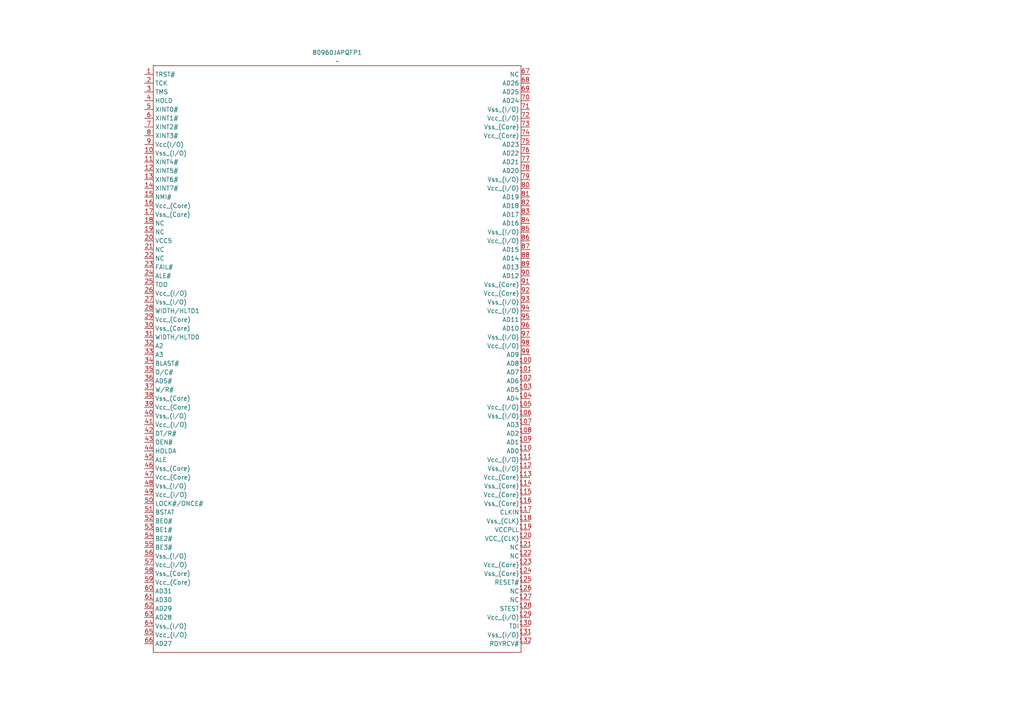
<source format=kicad_sch>
(kicad_sch (version 20231120) (generator "eeschema") (generator_version "8.0")
  (paper "A4")
  (lib_symbols
    (symbol "80960:80969JA_PQFP132"
      (property "Reference" "U" (at 23.876 -9.906 0))
      (symbol "80969JA_PQFP132_0_1"
        (rectangle (start 8.89 -2.54) (end 115.57 -172.72))
      )
      (symbol "80969JA_PQFP132_1_1"
        (pin input line (at 6.35 -5.08 0) (length 2.54) (name "TRST#") (number "1"))
        (pin input line (at 6.35 -27.94 0) (length 2.54) (name "Vss_(I/O)") (number "10"))
        (pin input line (at 118.11 -88.9 180) (length 2.54) (name "AD8") (number "100"))
        (pin input line (at 118.11 -91.44 180) (length 2.54) (name "AD7") (number "101"))
        (pin input line (at 118.11 -93.98 180) (length 2.54) (name "AD6") (number "102"))
        (pin input line (at 118.11 -96.52 180) (length 2.54) (name "AD5") (number "103"))
        (pin input line (at 118.11 -99.06 180) (length 2.54) (name "AD4") (number "104"))
        (pin input line (at 118.11 -101.6 180) (length 2.54) (name "Vcc_(I/O)") (number "105"))
        (pin input line (at 118.11 -104.14 180) (length 2.54) (name "Vss_(I/O)") (number "106"))
        (pin input line (at 118.11 -106.68 180) (length 2.54) (name "AD3") (number "107"))
        (pin input line (at 118.11 -109.22 180) (length 2.54) (name "AD2") (number "108"))
        (pin input line (at 118.11 -111.76 180) (length 2.54) (name "AD1") (number "109"))
        (pin input line (at 6.35 -30.48 0) (length 2.54) (name "XINT4#") (number "11"))
        (pin input line (at 118.11 -114.3 180) (length 2.54) (name "AD0") (number "110"))
        (pin input line (at 118.11 -116.84 180) (length 2.54) (name "Vcc_(I/O)") (number "111"))
        (pin input line (at 118.11 -119.38 180) (length 2.54) (name "Vss_(I/O)") (number "112"))
        (pin input line (at 118.11 -121.92 180) (length 2.54) (name "Vcc_(Core)") (number "113"))
        (pin input line (at 118.11 -124.46 180) (length 2.54) (name "Vss_(Core)") (number "114"))
        (pin input line (at 118.11 -127 180) (length 2.54) (name "Vcc_(Core)") (number "115"))
        (pin input line (at 118.11 -129.54 180) (length 2.54) (name "Vss_(Core)") (number "116"))
        (pin input line (at 118.11 -132.08 180) (length 2.54) (name "CLKIN") (number "117"))
        (pin input line (at 118.11 -134.62 180) (length 2.54) (name "Vss_(CLK)") (number "118"))
        (pin input line (at 118.11 -137.16 180) (length 2.54) (name "VCCPLL") (number "119"))
        (pin input line (at 6.35 -33.02 0) (length 2.54) (name "XINT5#") (number "12"))
        (pin input line (at 118.11 -139.7 180) (length 2.54) (name "VCC_(CLK)") (number "120"))
        (pin input line (at 118.11 -142.24 180) (length 2.54) (name "NC") (number "121"))
        (pin input line (at 118.11 -144.78 180) (length 2.54) (name "NC") (number "122"))
        (pin input line (at 118.11 -147.32 180) (length 2.54) (name "Vcc_(Core)") (number "123"))
        (pin input line (at 118.11 -149.86 180) (length 2.54) (name "Vss_(Core)") (number "124"))
        (pin input line (at 118.11 -152.4 180) (length 2.54) (name "RESET#") (number "125"))
        (pin input line (at 118.11 -154.94 180) (length 2.54) (name "NC") (number "126"))
        (pin input line (at 118.11 -157.48 180) (length 2.54) (name "NC") (number "127"))
        (pin input line (at 118.11 -160.02 180) (length 2.54) (name "STEST") (number "128"))
        (pin input line (at 118.11 -162.56 180) (length 2.54) (name "Vcc_(I/O)") (number "129"))
        (pin input line (at 6.35 -35.56 0) (length 2.54) (name "XINT6#") (number "13"))
        (pin input line (at 118.11 -165.1 180) (length 2.54) (name "TDI") (number "130"))
        (pin input line (at 118.11 -167.64 180) (length 2.54) (name "Vss_(I/O)") (number "131"))
        (pin input line (at 118.11 -170.18 180) (length 2.54) (name "RDYRCV#") (number "132"))
        (pin input line (at 6.35 -38.1 0) (length 2.54) (name "XINT7#") (number "14"))
        (pin input line (at 6.35 -40.64 0) (length 2.54) (name "NMI#") (number "15"))
        (pin input line (at 6.35 -43.18 0) (length 2.54) (name "Vcc_(Core)") (number "16"))
        (pin input line (at 6.35 -45.72 0) (length 2.54) (name "Vss_(Core)") (number "17"))
        (pin input line (at 6.35 -48.26 0) (length 2.54) (name "NC") (number "18"))
        (pin input line (at 6.35 -50.8 0) (length 2.54) (name "NC") (number "19"))
        (pin input line (at 6.35 -7.62 0) (length 2.54) (name "TCK") (number "2"))
        (pin input line (at 6.35 -53.34 0) (length 2.54) (name "VCC5") (number "20"))
        (pin input line (at 6.35 -55.88 0) (length 2.54) (name "NC") (number "21"))
        (pin input line (at 6.35 -58.42 0) (length 2.54) (name "NC") (number "22"))
        (pin input line (at 6.35 -60.96 0) (length 2.54) (name "FAIL#") (number "23"))
        (pin input line (at 6.35 -63.5 0) (length 2.54) (name "ALE#") (number "24"))
        (pin input line (at 6.35 -66.04 0) (length 2.54) (name "TDO") (number "25"))
        (pin input line (at 6.35 -68.58 0) (length 2.54) (name "Vcc_(I/O)") (number "26"))
        (pin input line (at 6.35 -71.12 0) (length 2.54) (name "Vss_(I/O)") (number "27"))
        (pin input line (at 6.35 -73.66 0) (length 2.54) (name "WIDTH/HLTD1") (number "28"))
        (pin input line (at 6.35 -76.2 0) (length 2.54) (name "Vcc_(Core)") (number "29"))
        (pin input line (at 6.35 -10.16 0) (length 2.54) (name "TMS") (number "3"))
        (pin input line (at 6.35 -78.74 0) (length 2.54) (name "Vss_(Core)") (number "30"))
        (pin input line (at 6.35 -81.28 0) (length 2.54) (name "WIDTH/HLTD0") (number "31"))
        (pin input line (at 6.35 -83.82 0) (length 2.54) (name "A2") (number "32"))
        (pin input line (at 6.35 -86.36 0) (length 2.54) (name "A3") (number "33"))
        (pin input line (at 6.35 -88.9 0) (length 2.54) (name "BLAST#") (number "34"))
        (pin input line (at 6.35 -91.44 0) (length 2.54) (name "D/C#") (number "35"))
        (pin input line (at 6.35 -93.98 0) (length 2.54) (name "ADS#") (number "36"))
        (pin input line (at 6.35 -96.52 0) (length 2.54) (name "W/R#") (number "37"))
        (pin input line (at 6.35 -99.06 0) (length 2.54) (name "Vss_(Core)") (number "38"))
        (pin input line (at 6.35 -101.6 0) (length 2.54) (name "Vcc_(Core)") (number "39"))
        (pin input line (at 6.35 -12.7 0) (length 2.54) (name "HOLD") (number "4"))
        (pin input line (at 6.35 -104.14 0) (length 2.54) (name "Vss_(I/O)") (number "40"))
        (pin input line (at 6.35 -106.68 0) (length 2.54) (name "Vcc_(I/O)") (number "41"))
        (pin input line (at 6.35 -109.22 0) (length 2.54) (name "DT/R#") (number "42"))
        (pin input line (at 6.35 -111.76 0) (length 2.54) (name "DEN#") (number "43"))
        (pin input line (at 6.35 -114.3 0) (length 2.54) (name "HOLDA") (number "44"))
        (pin input line (at 6.35 -116.84 0) (length 2.54) (name "ALE") (number "45"))
        (pin input line (at 6.35 -119.38 0) (length 2.54) (name "Vss_(Core)") (number "46"))
        (pin input line (at 6.35 -121.92 0) (length 2.54) (name "Vcc_(Core)") (number "47"))
        (pin input line (at 6.35 -124.46 0) (length 2.54) (name "Vss_(I/O)") (number "48"))
        (pin input line (at 6.35 -127 0) (length 2.54) (name "Vcc_(I/O)") (number "49"))
        (pin input line (at 6.35 -15.24 0) (length 2.54) (name "XINT0#") (number "5"))
        (pin input line (at 6.35 -129.54 0) (length 2.54) (name "LOCK#/ONCE#") (number "50"))
        (pin input line (at 6.35 -132.08 0) (length 2.54) (name "BSTAT") (number "51"))
        (pin input line (at 6.35 -134.62 0) (length 2.54) (name "BE0#") (number "52"))
        (pin input line (at 6.35 -137.16 0) (length 2.54) (name "BE1#") (number "53"))
        (pin input line (at 6.35 -139.7 0) (length 2.54) (name "BE2#") (number "54"))
        (pin input line (at 6.35 -142.24 0) (length 2.54) (name "BE3#") (number "55"))
        (pin input line (at 6.35 -144.78 0) (length 2.54) (name "Vss_(I/O)") (number "56"))
        (pin input line (at 6.35 -147.32 0) (length 2.54) (name "Vcc_(I/O)") (number "57"))
        (pin input line (at 6.35 -149.86 0) (length 2.54) (name "Vss_(Core)") (number "58"))
        (pin input line (at 6.35 -152.4 0) (length 2.54) (name "Vcc_(Core)") (number "59"))
        (pin input line (at 6.35 -17.78 0) (length 2.54) (name "XINT1#") (number "6"))
        (pin input line (at 6.35 -154.94 0) (length 2.54) (name "AD31") (number "60"))
        (pin input line (at 6.35 -157.48 0) (length 2.54) (name "AD30") (number "61"))
        (pin input line (at 6.35 -160.02 0) (length 2.54) (name "AD29") (number "62"))
        (pin input line (at 6.35 -162.56 0) (length 2.54) (name "AD28") (number "63"))
        (pin input line (at 6.35 -165.1 0) (length 2.54) (name "Vss_(I/O)") (number "64"))
        (pin input line (at 6.35 -167.64 0) (length 2.54) (name "Vcc_(I/O)") (number "65"))
        (pin input line (at 6.35 -170.18 0) (length 2.54) (name "AD27") (number "66"))
        (pin input line (at 118.11 -5.08 180) (length 2.54) (name "NC") (number "67"))
        (pin input line (at 118.11 -7.62 180) (length 2.54) (name "AD26") (number "68"))
        (pin input line (at 118.11 -10.16 180) (length 2.54) (name "AD25") (number "69"))
        (pin input line (at 6.35 -20.32 0) (length 2.54) (name "XINT2#") (number "7"))
        (pin input line (at 118.11 -12.7 180) (length 2.54) (name "AD24") (number "70"))
        (pin input line (at 118.11 -15.24 180) (length 2.54) (name "Vss_(I/O)") (number "71"))
        (pin input line (at 118.11 -17.78 180) (length 2.54) (name "Vcc_(I/O)") (number "72"))
        (pin input line (at 118.11 -20.32 180) (length 2.54) (name "Vss_(Core)") (number "73"))
        (pin input line (at 118.11 -22.86 180) (length 2.54) (name "Vcc_(Core)") (number "74"))
        (pin input line (at 118.11 -25.4 180) (length 2.54) (name "AD23") (number "75"))
        (pin input line (at 118.11 -27.94 180) (length 2.54) (name "AD22") (number "76"))
        (pin input line (at 118.11 -30.48 180) (length 2.54) (name "AD21") (number "77"))
        (pin input line (at 118.11 -33.02 180) (length 2.54) (name "AD20") (number "78"))
        (pin input line (at 118.11 -35.56 180) (length 2.54) (name "Vss_(I/O)") (number "79"))
        (pin input line (at 6.35 -22.86 0) (length 2.54) (name "XINT3#") (number "8"))
        (pin input line (at 118.11 -38.1 180) (length 2.54) (name "Vcc_(I/O)") (number "80"))
        (pin input line (at 118.11 -40.64 180) (length 2.54) (name "AD19") (number "81"))
        (pin input line (at 118.11 -43.18 180) (length 2.54) (name "AD18") (number "82"))
        (pin input line (at 118.11 -45.72 180) (length 2.54) (name "AD17") (number "83"))
        (pin input line (at 118.11 -48.26 180) (length 2.54) (name "AD16") (number "84"))
        (pin input line (at 118.11 -50.8 180) (length 2.54) (name "Vss_(I/O)") (number "85"))
        (pin input line (at 118.11 -53.34 180) (length 2.54) (name "Vcc_(I/O)") (number "86"))
        (pin input line (at 118.11 -55.88 180) (length 2.54) (name "AD15") (number "87"))
        (pin input line (at 118.11 -58.42 180) (length 2.54) (name "AD14") (number "88"))
        (pin input line (at 118.11 -60.96 180) (length 2.54) (name "AD13") (number "89"))
        (pin input line (at 6.35 -25.4 0) (length 2.54) (name "Vcc(I/O)") (number "9"))
        (pin input line (at 118.11 -63.5 180) (length 2.54) (name "AD12") (number "90"))
        (pin input line (at 118.11 -66.04 180) (length 2.54) (name "Vss_(Core)") (number "91"))
        (pin input line (at 118.11 -68.58 180) (length 2.54) (name "Vcc_(Core)") (number "92"))
        (pin input line (at 118.11 -71.12 180) (length 2.54) (name "Vss_(I/O)") (number "93"))
        (pin input line (at 118.11 -73.66 180) (length 2.54) (name "Vcc_(I/O)") (number "94"))
        (pin input line (at 118.11 -76.2 180) (length 2.54) (name "AD11") (number "95"))
        (pin input line (at 118.11 -78.74 180) (length 2.54) (name "AD10") (number "96"))
        (pin input line (at 118.11 -81.28 180) (length 2.54) (name "Vss_(I/O)") (number "97"))
        (pin input line (at 118.11 -83.82 180) (length 2.54) (name "Vcc_(I/O)") (number "98"))
        (pin input line (at 118.11 -86.36 180) (length 2.54) (name "AD9") (number "99"))
      )
    )
  )
  (symbol (lib_id "80960:80969JA_PQFP132") (at 35.56 16.51 0) (unit 1)
    (property "Reference" "80960JAPQFP1" (at 97.79 15.24 0))
    (property "Value" "~" (at 97.79 17.78 0))
    (property "Footprint" "Package_QFP:PQFP-132_24x24mm_P0.635mm_i386" (effects (hide yes)))
    (property "Datasheet" "https://www.digikey.com/htmldatasheets/production/149206/0/0/1/80960ja-f-d-s-c-t-datasheet.html?utm_adgroup=General&utm_source=bing&utm_medium=cpc&utm_campaign=Dynamic%20Search_EN_RLSA_Buyers&utm_term=digikey&utm_content=General&utm_id=bi_cmp-384476622_adg-1299622969467364_ad-81226519273650_dat-2333026235273538:loc-190_dev-c_ext-_prd-&msclkid=16f5e9dca9b916cdb5678f1dea8100cf" (effects (hide yes)))
  )
)
</source>
